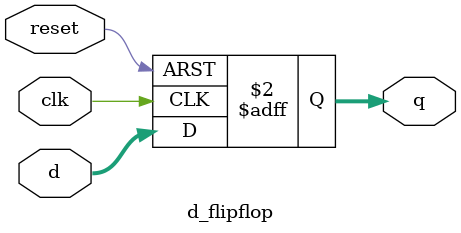
<source format=v>
module d_flipflop(d, clk, reset, q);
input [35:0] d;
input clk, reset;
output reg [35:0] q;
//reg q;

always@(posedge clk or posedge reset)
	if(reset)
 		q <= 36'd0;
	else
		q <= d;

endmodule

</source>
